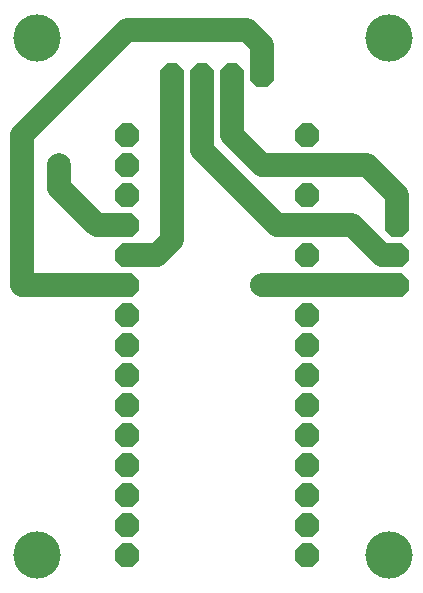
<source format=gbr>
%FSLAX34Y34*%
%MOMM*%
%LNCOPPER_BOTTOM*%
G71*
G01*
%ADD10C, 2.00*%
%ADD11C, 4.00*%
%ADD12C, 2.00*%
%LPD*%
G36*
X91600Y893150D02*
X97450Y899000D01*
X105750Y899000D01*
X111600Y893150D01*
X111600Y884850D01*
X105750Y879000D01*
X97450Y879000D01*
X91600Y884850D01*
X91600Y893150D01*
G37*
G36*
X91600Y867750D02*
X97450Y873600D01*
X105750Y873600D01*
X111600Y867750D01*
X111600Y859450D01*
X105750Y853600D01*
X97450Y853600D01*
X91600Y859450D01*
X91600Y867750D01*
G37*
G36*
X91600Y842350D02*
X97450Y848200D01*
X105750Y848200D01*
X111600Y842350D01*
X111600Y834050D01*
X105750Y828200D01*
X97450Y828200D01*
X91600Y834050D01*
X91600Y842350D01*
G37*
G36*
X91600Y816950D02*
X97450Y822800D01*
X105750Y822800D01*
X111600Y816950D01*
X111600Y808650D01*
X105750Y802800D01*
X97450Y802800D01*
X91600Y808650D01*
X91600Y816950D01*
G37*
G36*
X91600Y791550D02*
X97450Y797400D01*
X105750Y797400D01*
X111600Y791550D01*
X111600Y783250D01*
X105750Y777400D01*
X97450Y777400D01*
X91600Y783250D01*
X91600Y791550D01*
G37*
G36*
X91600Y766150D02*
X97450Y772000D01*
X105750Y772000D01*
X111600Y766150D01*
X111600Y757850D01*
X105750Y752000D01*
X97450Y752000D01*
X91600Y757850D01*
X91600Y766150D01*
G37*
G36*
X91600Y740750D02*
X97450Y746600D01*
X105750Y746600D01*
X111600Y740750D01*
X111600Y732450D01*
X105750Y726600D01*
X97450Y726600D01*
X91600Y732450D01*
X91600Y740750D01*
G37*
G36*
X91600Y715350D02*
X97450Y721200D01*
X105750Y721200D01*
X111600Y715350D01*
X111600Y707050D01*
X105750Y701200D01*
X97450Y701200D01*
X91600Y707050D01*
X91600Y715350D01*
G37*
G36*
X91600Y689950D02*
X97450Y695800D01*
X105750Y695800D01*
X111600Y689950D01*
X111600Y681650D01*
X105750Y675800D01*
X97450Y675800D01*
X91600Y681650D01*
X91600Y689950D01*
G37*
G36*
X91600Y664550D02*
X97450Y670400D01*
X105750Y670400D01*
X111600Y664550D01*
X111600Y656250D01*
X105750Y650400D01*
X97450Y650400D01*
X91600Y656250D01*
X91600Y664550D01*
G37*
G36*
X91600Y639150D02*
X97450Y645000D01*
X105750Y645000D01*
X111600Y639150D01*
X111600Y630850D01*
X105750Y625000D01*
X97450Y625000D01*
X91600Y630850D01*
X91600Y639150D01*
G37*
G36*
X91600Y613750D02*
X97450Y619600D01*
X105750Y619600D01*
X111600Y613750D01*
X111600Y605450D01*
X105750Y599600D01*
X97450Y599600D01*
X91600Y605450D01*
X91600Y613750D01*
G37*
G36*
X91600Y588350D02*
X97450Y594200D01*
X105750Y594200D01*
X111600Y588350D01*
X111600Y580050D01*
X105750Y574200D01*
X97450Y574200D01*
X91600Y580050D01*
X91600Y588350D01*
G37*
G36*
X91600Y562950D02*
X97450Y568800D01*
X105750Y568800D01*
X111600Y562950D01*
X111600Y554650D01*
X105750Y548800D01*
X97450Y548800D01*
X91600Y554650D01*
X91600Y562950D01*
G37*
G36*
X91600Y537550D02*
X97450Y543400D01*
X105750Y543400D01*
X111600Y537550D01*
X111600Y529250D01*
X105750Y523400D01*
X97450Y523400D01*
X91600Y529250D01*
X91600Y537550D01*
G37*
G36*
X244000Y537550D02*
X249850Y543400D01*
X258150Y543400D01*
X264000Y537550D01*
X264000Y529250D01*
X258150Y523400D01*
X249850Y523400D01*
X244000Y529250D01*
X244000Y537550D01*
G37*
G36*
X244000Y893150D02*
X249850Y899000D01*
X258150Y899000D01*
X264000Y893150D01*
X264000Y884850D01*
X258150Y879000D01*
X249850Y879000D01*
X244000Y884850D01*
X244000Y893150D01*
G37*
G36*
X244000Y867750D02*
X249850Y873600D01*
X258150Y873600D01*
X264000Y867750D01*
X264000Y859450D01*
X258150Y853600D01*
X249850Y853600D01*
X244000Y859450D01*
X244000Y867750D01*
G37*
G36*
X244000Y842350D02*
X249850Y848200D01*
X258150Y848200D01*
X264000Y842350D01*
X264000Y834050D01*
X258150Y828200D01*
X249850Y828200D01*
X244000Y834050D01*
X244000Y842350D01*
G37*
G36*
X244000Y816950D02*
X249850Y822800D01*
X258150Y822800D01*
X264000Y816950D01*
X264000Y808650D01*
X258150Y802800D01*
X249850Y802800D01*
X244000Y808650D01*
X244000Y816950D01*
G37*
G36*
X244000Y791550D02*
X249850Y797400D01*
X258150Y797400D01*
X264000Y791550D01*
X264000Y783250D01*
X258150Y777400D01*
X249850Y777400D01*
X244000Y783250D01*
X244000Y791550D01*
G37*
G36*
X244000Y766150D02*
X249850Y772000D01*
X258150Y772000D01*
X264000Y766150D01*
X264000Y757850D01*
X258150Y752000D01*
X249850Y752000D01*
X244000Y757850D01*
X244000Y766150D01*
G37*
G36*
X244000Y740750D02*
X249850Y746600D01*
X258150Y746600D01*
X264000Y740750D01*
X264000Y732450D01*
X258150Y726600D01*
X249850Y726600D01*
X244000Y732450D01*
X244000Y740750D01*
G37*
G36*
X244000Y715350D02*
X249850Y721200D01*
X258150Y721200D01*
X264000Y715350D01*
X264000Y707050D01*
X258150Y701200D01*
X249850Y701200D01*
X244000Y707050D01*
X244000Y715350D01*
G37*
G36*
X244000Y689950D02*
X249850Y695800D01*
X258150Y695800D01*
X264000Y689950D01*
X264000Y681650D01*
X258150Y675800D01*
X249850Y675800D01*
X244000Y681650D01*
X244000Y689950D01*
G37*
G36*
X244000Y664550D02*
X249850Y670400D01*
X258150Y670400D01*
X264000Y664550D01*
X264000Y656250D01*
X258150Y650400D01*
X249850Y650400D01*
X244000Y656250D01*
X244000Y664550D01*
G37*
G36*
X244000Y639150D02*
X249850Y645000D01*
X258150Y645000D01*
X264000Y639150D01*
X264000Y630850D01*
X258150Y625000D01*
X249850Y625000D01*
X244000Y630850D01*
X244000Y639150D01*
G37*
G36*
X244000Y613750D02*
X249850Y619600D01*
X258150Y619600D01*
X264000Y613750D01*
X264000Y605450D01*
X258150Y599600D01*
X249850Y599600D01*
X244000Y605450D01*
X244000Y613750D01*
G37*
G36*
X244000Y588350D02*
X249850Y594200D01*
X258150Y594200D01*
X264000Y588350D01*
X264000Y580050D01*
X258150Y574200D01*
X249850Y574200D01*
X244000Y580050D01*
X244000Y588350D01*
G37*
G36*
X244000Y562950D02*
X249850Y568800D01*
X258150Y568800D01*
X264000Y562950D01*
X264000Y554650D01*
X258150Y548800D01*
X249850Y548800D01*
X244000Y554650D01*
X244000Y562950D01*
G37*
G36*
X320200Y766150D02*
X326050Y772000D01*
X334350Y772000D01*
X340200Y766150D01*
X340200Y757850D01*
X334350Y752000D01*
X326050Y752000D01*
X320200Y757850D01*
X320200Y766150D01*
G37*
G36*
X320200Y791550D02*
X326050Y797400D01*
X334350Y797400D01*
X340200Y791550D01*
X340200Y783250D01*
X334350Y777400D01*
X326050Y777400D01*
X320200Y783250D01*
X320200Y791550D01*
G37*
G36*
X320200Y816950D02*
X326050Y822800D01*
X334350Y822800D01*
X340200Y816950D01*
X340200Y808650D01*
X334350Y802800D01*
X326050Y802800D01*
X320200Y808650D01*
X320200Y816950D01*
G37*
G54D10*
X330200Y787400D02*
X317500Y787400D01*
X292100Y812800D01*
X254000Y812800D01*
G54D10*
X330200Y812800D02*
X330200Y838200D01*
X304800Y863600D01*
X254000Y863600D01*
G54D10*
X330200Y762000D02*
X254000Y762000D01*
G36*
X194650Y949800D02*
X200500Y943950D01*
X200500Y935650D01*
X194650Y929800D01*
X186350Y929800D01*
X180500Y935650D01*
X180500Y943950D01*
X186350Y949800D01*
X194650Y949800D01*
G37*
G36*
X169250Y949800D02*
X175100Y943950D01*
X175100Y935650D01*
X169250Y929800D01*
X160950Y929800D01*
X155100Y935650D01*
X155100Y943950D01*
X160950Y949800D01*
X169250Y949800D01*
G37*
G36*
X220050Y949800D02*
X225900Y943950D01*
X225900Y935650D01*
X220050Y929800D01*
X211750Y929800D01*
X205900Y935650D01*
X205900Y943950D01*
X211750Y949800D01*
X220050Y949800D01*
G37*
G36*
X143850Y949800D02*
X149700Y943950D01*
X149700Y935650D01*
X143850Y929800D01*
X135550Y929800D01*
X129700Y935650D01*
X129700Y943950D01*
X135550Y949800D01*
X143850Y949800D01*
G37*
G54D10*
X254000Y863600D02*
X215900Y863600D01*
X190500Y889000D01*
X190500Y939800D01*
G54D10*
X254000Y812800D02*
X228600Y812800D01*
X165100Y876300D01*
X165100Y939800D01*
G54D10*
X139700Y939800D02*
X139700Y800100D01*
X127000Y787400D01*
X101600Y787400D01*
X323850Y971550D02*
G54D11*
D03*
X323850Y533400D02*
G54D11*
D03*
X25400Y533400D02*
G54D11*
D03*
X25400Y971550D02*
G54D11*
D03*
X44450Y762000D02*
G54D12*
D03*
X44450Y863600D02*
G54D12*
D03*
G54D10*
X101600Y762000D02*
X44450Y762000D01*
G54D10*
X44450Y863600D02*
X44450Y844550D01*
X76200Y812800D01*
X101600Y812800D01*
G54D10*
X44450Y762000D02*
X12700Y762000D01*
X12700Y889000D01*
X101600Y977900D01*
X203200Y977900D01*
X215900Y965200D01*
X215900Y939800D01*
X215900Y762000D02*
G54D12*
D03*
X215900Y863600D02*
G54D12*
D03*
G54D10*
X215900Y762000D02*
X254000Y762000D01*
M02*

</source>
